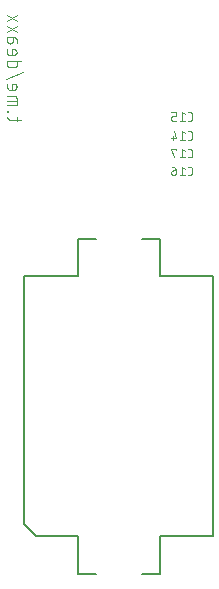
<source format=gbr>
G04 EAGLE Gerber RS-274X export*
G75*
%MOMM*%
%FSLAX34Y34*%
%LPD*%
%INSilkscreen Bottom*%
%IPPOS*%
%AMOC8*
5,1,8,0,0,1.08239X$1,22.5*%
G01*
%ADD10C,0.101600*%
%ADD11C,0.152400*%


D10*
X36297Y402508D02*
X36297Y406403D01*
X40192Y403806D02*
X30455Y403806D01*
X30455Y403807D02*
X30368Y403809D01*
X30280Y403815D01*
X30194Y403825D01*
X30107Y403838D01*
X30022Y403856D01*
X29937Y403877D01*
X29853Y403902D01*
X29771Y403931D01*
X29690Y403964D01*
X29610Y404000D01*
X29532Y404039D01*
X29456Y404083D01*
X29382Y404129D01*
X29311Y404179D01*
X29241Y404232D01*
X29174Y404288D01*
X29110Y404347D01*
X29048Y404409D01*
X28989Y404473D01*
X28933Y404540D01*
X28880Y404610D01*
X28830Y404681D01*
X28784Y404755D01*
X28740Y404831D01*
X28701Y404909D01*
X28665Y404989D01*
X28632Y405070D01*
X28603Y405152D01*
X28578Y405236D01*
X28557Y405321D01*
X28539Y405406D01*
X28526Y405493D01*
X28516Y405579D01*
X28510Y405667D01*
X28508Y405754D01*
X28508Y406403D01*
X28508Y410319D02*
X29157Y410319D01*
X29157Y410968D01*
X28508Y410968D01*
X28508Y410319D01*
X28508Y415893D02*
X36297Y415893D01*
X36297Y421735D01*
X36295Y421822D01*
X36289Y421910D01*
X36279Y421996D01*
X36266Y422083D01*
X36248Y422168D01*
X36227Y422253D01*
X36202Y422337D01*
X36173Y422419D01*
X36140Y422500D01*
X36104Y422580D01*
X36065Y422658D01*
X36021Y422734D01*
X35975Y422808D01*
X35925Y422879D01*
X35872Y422949D01*
X35816Y423016D01*
X35757Y423080D01*
X35695Y423142D01*
X35631Y423201D01*
X35564Y423257D01*
X35494Y423310D01*
X35423Y423360D01*
X35349Y423406D01*
X35273Y423450D01*
X35195Y423489D01*
X35115Y423525D01*
X35034Y423558D01*
X34952Y423587D01*
X34868Y423612D01*
X34783Y423633D01*
X34698Y423651D01*
X34611Y423664D01*
X34525Y423674D01*
X34437Y423680D01*
X34350Y423682D01*
X28508Y423682D01*
X28508Y419788D02*
X36297Y419788D01*
X28508Y430950D02*
X28508Y434195D01*
X28508Y430950D02*
X28510Y430863D01*
X28516Y430775D01*
X28526Y430689D01*
X28539Y430602D01*
X28557Y430517D01*
X28578Y430432D01*
X28603Y430348D01*
X28632Y430266D01*
X28665Y430185D01*
X28701Y430105D01*
X28740Y430027D01*
X28784Y429951D01*
X28830Y429877D01*
X28880Y429806D01*
X28933Y429736D01*
X28989Y429669D01*
X29048Y429605D01*
X29110Y429543D01*
X29174Y429484D01*
X29241Y429428D01*
X29311Y429375D01*
X29382Y429325D01*
X29456Y429279D01*
X29532Y429235D01*
X29610Y429196D01*
X29690Y429160D01*
X29771Y429127D01*
X29853Y429098D01*
X29937Y429073D01*
X30022Y429052D01*
X30107Y429034D01*
X30194Y429021D01*
X30280Y429011D01*
X30368Y429005D01*
X30455Y429003D01*
X30455Y429002D02*
X33701Y429002D01*
X33701Y429003D02*
X33802Y429005D01*
X33902Y429011D01*
X34002Y429021D01*
X34102Y429034D01*
X34201Y429052D01*
X34300Y429073D01*
X34397Y429098D01*
X34494Y429127D01*
X34589Y429160D01*
X34683Y429196D01*
X34775Y429236D01*
X34866Y429279D01*
X34955Y429326D01*
X35042Y429376D01*
X35128Y429430D01*
X35211Y429487D01*
X35291Y429547D01*
X35370Y429610D01*
X35446Y429677D01*
X35519Y429746D01*
X35589Y429818D01*
X35657Y429892D01*
X35722Y429969D01*
X35783Y430049D01*
X35842Y430131D01*
X35897Y430215D01*
X35949Y430301D01*
X35998Y430389D01*
X36043Y430479D01*
X36085Y430571D01*
X36123Y430664D01*
X36157Y430759D01*
X36188Y430854D01*
X36215Y430951D01*
X36238Y431049D01*
X36258Y431148D01*
X36273Y431248D01*
X36285Y431348D01*
X36293Y431448D01*
X36297Y431549D01*
X36297Y431649D01*
X36293Y431750D01*
X36285Y431850D01*
X36273Y431950D01*
X36258Y432050D01*
X36238Y432149D01*
X36215Y432247D01*
X36188Y432344D01*
X36157Y432439D01*
X36123Y432534D01*
X36085Y432627D01*
X36043Y432719D01*
X35998Y432809D01*
X35949Y432897D01*
X35897Y432983D01*
X35842Y433067D01*
X35783Y433149D01*
X35722Y433229D01*
X35657Y433306D01*
X35589Y433380D01*
X35519Y433452D01*
X35446Y433521D01*
X35370Y433588D01*
X35291Y433651D01*
X35211Y433711D01*
X35128Y433768D01*
X35042Y433822D01*
X34955Y433872D01*
X34866Y433919D01*
X34775Y433962D01*
X34683Y434002D01*
X34589Y434038D01*
X34494Y434071D01*
X34397Y434100D01*
X34300Y434125D01*
X34201Y434146D01*
X34102Y434164D01*
X34002Y434177D01*
X33902Y434187D01*
X33802Y434193D01*
X33701Y434195D01*
X32403Y434195D01*
X32403Y429002D01*
X27210Y438527D02*
X41490Y443720D01*
X40192Y453186D02*
X28508Y453186D01*
X28508Y449941D01*
X28510Y449854D01*
X28516Y449766D01*
X28526Y449680D01*
X28539Y449593D01*
X28557Y449508D01*
X28578Y449423D01*
X28603Y449339D01*
X28632Y449257D01*
X28665Y449176D01*
X28701Y449096D01*
X28740Y449018D01*
X28784Y448942D01*
X28830Y448868D01*
X28880Y448797D01*
X28933Y448727D01*
X28989Y448660D01*
X29048Y448596D01*
X29110Y448534D01*
X29174Y448475D01*
X29241Y448419D01*
X29311Y448366D01*
X29382Y448316D01*
X29456Y448270D01*
X29532Y448226D01*
X29610Y448187D01*
X29690Y448151D01*
X29771Y448118D01*
X29853Y448089D01*
X29937Y448064D01*
X30022Y448043D01*
X30107Y448025D01*
X30194Y448012D01*
X30280Y448002D01*
X30368Y447996D01*
X30455Y447994D01*
X30455Y447993D02*
X34350Y447993D01*
X34350Y447994D02*
X34437Y447996D01*
X34525Y448002D01*
X34611Y448012D01*
X34698Y448025D01*
X34783Y448043D01*
X34868Y448064D01*
X34952Y448089D01*
X35034Y448118D01*
X35115Y448151D01*
X35195Y448187D01*
X35273Y448226D01*
X35349Y448270D01*
X35423Y448316D01*
X35494Y448366D01*
X35564Y448419D01*
X35631Y448475D01*
X35695Y448534D01*
X35757Y448596D01*
X35816Y448660D01*
X35872Y448727D01*
X35925Y448797D01*
X35975Y448868D01*
X36021Y448942D01*
X36065Y449018D01*
X36104Y449096D01*
X36140Y449176D01*
X36173Y449257D01*
X36202Y449339D01*
X36227Y449423D01*
X36248Y449508D01*
X36266Y449593D01*
X36279Y449680D01*
X36289Y449766D01*
X36295Y449854D01*
X36297Y449941D01*
X36297Y453186D01*
X28508Y460287D02*
X28508Y463532D01*
X28508Y460287D02*
X28510Y460200D01*
X28516Y460112D01*
X28526Y460026D01*
X28539Y459939D01*
X28557Y459854D01*
X28578Y459769D01*
X28603Y459685D01*
X28632Y459603D01*
X28665Y459522D01*
X28701Y459442D01*
X28740Y459364D01*
X28784Y459288D01*
X28830Y459214D01*
X28880Y459143D01*
X28933Y459073D01*
X28989Y459006D01*
X29048Y458942D01*
X29110Y458880D01*
X29174Y458821D01*
X29241Y458765D01*
X29311Y458712D01*
X29382Y458662D01*
X29456Y458616D01*
X29532Y458572D01*
X29610Y458533D01*
X29690Y458497D01*
X29771Y458464D01*
X29853Y458435D01*
X29937Y458410D01*
X30022Y458389D01*
X30107Y458371D01*
X30194Y458358D01*
X30280Y458348D01*
X30368Y458342D01*
X30455Y458340D01*
X30455Y458339D02*
X33701Y458339D01*
X33701Y458340D02*
X33802Y458342D01*
X33902Y458348D01*
X34002Y458358D01*
X34102Y458371D01*
X34201Y458389D01*
X34300Y458410D01*
X34397Y458435D01*
X34494Y458464D01*
X34589Y458497D01*
X34683Y458533D01*
X34775Y458573D01*
X34866Y458616D01*
X34955Y458663D01*
X35042Y458713D01*
X35128Y458767D01*
X35211Y458824D01*
X35291Y458884D01*
X35370Y458947D01*
X35446Y459014D01*
X35519Y459083D01*
X35589Y459155D01*
X35657Y459229D01*
X35722Y459306D01*
X35783Y459386D01*
X35842Y459468D01*
X35897Y459552D01*
X35949Y459638D01*
X35998Y459726D01*
X36043Y459816D01*
X36085Y459908D01*
X36123Y460001D01*
X36157Y460096D01*
X36188Y460191D01*
X36215Y460288D01*
X36238Y460386D01*
X36258Y460485D01*
X36273Y460585D01*
X36285Y460685D01*
X36293Y460785D01*
X36297Y460886D01*
X36297Y460986D01*
X36293Y461087D01*
X36285Y461187D01*
X36273Y461287D01*
X36258Y461387D01*
X36238Y461486D01*
X36215Y461584D01*
X36188Y461681D01*
X36157Y461776D01*
X36123Y461871D01*
X36085Y461964D01*
X36043Y462056D01*
X35998Y462146D01*
X35949Y462234D01*
X35897Y462320D01*
X35842Y462404D01*
X35783Y462486D01*
X35722Y462566D01*
X35657Y462643D01*
X35589Y462717D01*
X35519Y462789D01*
X35446Y462858D01*
X35370Y462925D01*
X35291Y462988D01*
X35211Y463048D01*
X35128Y463105D01*
X35042Y463159D01*
X34955Y463209D01*
X34866Y463256D01*
X34775Y463299D01*
X34683Y463339D01*
X34589Y463375D01*
X34494Y463408D01*
X34397Y463437D01*
X34300Y463462D01*
X34201Y463483D01*
X34102Y463501D01*
X34002Y463514D01*
X33902Y463524D01*
X33802Y463530D01*
X33701Y463532D01*
X32403Y463532D01*
X32403Y458339D01*
X33052Y470458D02*
X33052Y473379D01*
X33052Y470458D02*
X33050Y470364D01*
X33044Y470270D01*
X33035Y470177D01*
X33021Y470084D01*
X33004Y469992D01*
X32982Y469900D01*
X32958Y469810D01*
X32929Y469720D01*
X32897Y469632D01*
X32861Y469545D01*
X32821Y469460D01*
X32778Y469377D01*
X32732Y469295D01*
X32682Y469215D01*
X32629Y469138D01*
X32573Y469063D01*
X32514Y468990D01*
X32452Y468919D01*
X32387Y468851D01*
X32319Y468786D01*
X32248Y468724D01*
X32175Y468665D01*
X32100Y468609D01*
X32023Y468556D01*
X31943Y468506D01*
X31861Y468460D01*
X31778Y468417D01*
X31693Y468377D01*
X31606Y468341D01*
X31518Y468309D01*
X31428Y468280D01*
X31338Y468256D01*
X31246Y468234D01*
X31154Y468217D01*
X31061Y468203D01*
X30968Y468194D01*
X30874Y468188D01*
X30780Y468186D01*
X30686Y468188D01*
X30592Y468194D01*
X30499Y468203D01*
X30406Y468217D01*
X30314Y468234D01*
X30222Y468256D01*
X30132Y468280D01*
X30042Y468309D01*
X29954Y468341D01*
X29867Y468377D01*
X29782Y468417D01*
X29699Y468460D01*
X29617Y468506D01*
X29537Y468556D01*
X29460Y468609D01*
X29385Y468665D01*
X29312Y468724D01*
X29241Y468786D01*
X29173Y468851D01*
X29108Y468919D01*
X29046Y468990D01*
X28987Y469063D01*
X28931Y469138D01*
X28878Y469215D01*
X28828Y469295D01*
X28782Y469377D01*
X28739Y469460D01*
X28699Y469545D01*
X28663Y469632D01*
X28631Y469720D01*
X28602Y469810D01*
X28578Y469900D01*
X28556Y469992D01*
X28539Y470084D01*
X28525Y470177D01*
X28516Y470270D01*
X28510Y470364D01*
X28508Y470458D01*
X28508Y473379D01*
X34350Y473379D01*
X34437Y473377D01*
X34525Y473371D01*
X34611Y473361D01*
X34698Y473348D01*
X34783Y473330D01*
X34868Y473309D01*
X34952Y473284D01*
X35034Y473255D01*
X35115Y473222D01*
X35195Y473186D01*
X35273Y473147D01*
X35349Y473103D01*
X35423Y473057D01*
X35494Y473007D01*
X35564Y472954D01*
X35631Y472898D01*
X35695Y472839D01*
X35757Y472777D01*
X35816Y472713D01*
X35872Y472646D01*
X35925Y472576D01*
X35975Y472505D01*
X36021Y472431D01*
X36065Y472355D01*
X36104Y472277D01*
X36140Y472197D01*
X36173Y472116D01*
X36202Y472034D01*
X36227Y471950D01*
X36248Y471865D01*
X36266Y471780D01*
X36279Y471693D01*
X36289Y471607D01*
X36295Y471519D01*
X36297Y471432D01*
X36297Y468835D01*
X28508Y478151D02*
X36297Y483344D01*
X36297Y478151D02*
X28508Y483344D01*
X28508Y487295D02*
X36297Y492488D01*
X36297Y487295D02*
X28508Y492488D01*
X181534Y386760D02*
X183114Y386760D01*
X183192Y386762D01*
X183269Y386768D01*
X183346Y386777D01*
X183422Y386790D01*
X183498Y386807D01*
X183573Y386828D01*
X183646Y386852D01*
X183719Y386880D01*
X183790Y386912D01*
X183859Y386947D01*
X183926Y386985D01*
X183992Y387026D01*
X184055Y387071D01*
X184116Y387119D01*
X184175Y387169D01*
X184231Y387223D01*
X184285Y387279D01*
X184335Y387338D01*
X184383Y387399D01*
X184428Y387462D01*
X184469Y387528D01*
X184507Y387595D01*
X184542Y387664D01*
X184574Y387735D01*
X184602Y387808D01*
X184626Y387881D01*
X184647Y387956D01*
X184664Y388032D01*
X184677Y388108D01*
X184686Y388185D01*
X184692Y388262D01*
X184694Y388340D01*
X184695Y388340D02*
X184695Y392292D01*
X184694Y392292D02*
X184692Y392370D01*
X184686Y392447D01*
X184677Y392524D01*
X184664Y392600D01*
X184647Y392676D01*
X184626Y392751D01*
X184602Y392824D01*
X184574Y392897D01*
X184542Y392968D01*
X184507Y393037D01*
X184469Y393104D01*
X184428Y393170D01*
X184383Y393233D01*
X184335Y393294D01*
X184285Y393353D01*
X184231Y393409D01*
X184175Y393463D01*
X184116Y393513D01*
X184055Y393561D01*
X183992Y393606D01*
X183926Y393647D01*
X183859Y393685D01*
X183790Y393720D01*
X183719Y393752D01*
X183646Y393780D01*
X183573Y393804D01*
X183498Y393825D01*
X183422Y393842D01*
X183346Y393855D01*
X183269Y393864D01*
X183192Y393870D01*
X183114Y393872D01*
X181534Y393872D01*
X178572Y392292D02*
X176596Y393872D01*
X176596Y386760D01*
X178572Y386760D02*
X174620Y386760D01*
X171256Y388340D02*
X169676Y393872D01*
X171256Y388340D02*
X167305Y388340D01*
X168491Y386760D02*
X168491Y389921D01*
X181534Y402760D02*
X183114Y402760D01*
X183192Y402762D01*
X183269Y402768D01*
X183346Y402777D01*
X183422Y402790D01*
X183498Y402807D01*
X183573Y402828D01*
X183646Y402852D01*
X183719Y402880D01*
X183790Y402912D01*
X183859Y402947D01*
X183926Y402985D01*
X183992Y403026D01*
X184055Y403071D01*
X184116Y403119D01*
X184175Y403169D01*
X184231Y403223D01*
X184285Y403279D01*
X184335Y403338D01*
X184383Y403399D01*
X184428Y403462D01*
X184469Y403528D01*
X184507Y403595D01*
X184542Y403664D01*
X184574Y403735D01*
X184602Y403808D01*
X184626Y403881D01*
X184647Y403956D01*
X184664Y404032D01*
X184677Y404108D01*
X184686Y404185D01*
X184692Y404262D01*
X184694Y404340D01*
X184695Y404340D02*
X184695Y408292D01*
X184694Y408292D02*
X184692Y408370D01*
X184686Y408447D01*
X184677Y408524D01*
X184664Y408600D01*
X184647Y408676D01*
X184626Y408751D01*
X184602Y408824D01*
X184574Y408897D01*
X184542Y408968D01*
X184507Y409037D01*
X184469Y409104D01*
X184428Y409170D01*
X184383Y409233D01*
X184335Y409294D01*
X184285Y409353D01*
X184231Y409409D01*
X184175Y409463D01*
X184116Y409513D01*
X184055Y409561D01*
X183992Y409606D01*
X183926Y409647D01*
X183859Y409685D01*
X183790Y409720D01*
X183719Y409752D01*
X183646Y409780D01*
X183573Y409804D01*
X183498Y409825D01*
X183422Y409842D01*
X183346Y409855D01*
X183269Y409864D01*
X183192Y409870D01*
X183114Y409872D01*
X181534Y409872D01*
X178572Y408292D02*
X176596Y409872D01*
X176596Y402760D01*
X178572Y402760D02*
X174620Y402760D01*
X171256Y402760D02*
X168886Y402760D01*
X168808Y402762D01*
X168731Y402768D01*
X168654Y402777D01*
X168578Y402790D01*
X168502Y402807D01*
X168427Y402828D01*
X168354Y402852D01*
X168281Y402880D01*
X168210Y402912D01*
X168141Y402947D01*
X168074Y402985D01*
X168008Y403026D01*
X167945Y403071D01*
X167884Y403119D01*
X167825Y403169D01*
X167769Y403223D01*
X167715Y403279D01*
X167665Y403338D01*
X167617Y403399D01*
X167572Y403462D01*
X167531Y403528D01*
X167493Y403595D01*
X167458Y403664D01*
X167426Y403735D01*
X167398Y403808D01*
X167374Y403881D01*
X167353Y403956D01*
X167336Y404032D01*
X167323Y404108D01*
X167314Y404185D01*
X167308Y404262D01*
X167306Y404340D01*
X167305Y404340D02*
X167305Y405131D01*
X167306Y405131D02*
X167308Y405209D01*
X167314Y405286D01*
X167323Y405363D01*
X167336Y405439D01*
X167353Y405515D01*
X167374Y405590D01*
X167398Y405663D01*
X167426Y405736D01*
X167458Y405807D01*
X167493Y405876D01*
X167531Y405943D01*
X167572Y406009D01*
X167617Y406072D01*
X167665Y406133D01*
X167715Y406192D01*
X167769Y406248D01*
X167825Y406302D01*
X167884Y406352D01*
X167945Y406400D01*
X168008Y406445D01*
X168074Y406486D01*
X168141Y406524D01*
X168210Y406559D01*
X168281Y406591D01*
X168354Y406619D01*
X168427Y406643D01*
X168502Y406664D01*
X168578Y406681D01*
X168654Y406694D01*
X168731Y406703D01*
X168808Y406709D01*
X168886Y406711D01*
X171256Y406711D01*
X171256Y409872D01*
X167305Y409872D01*
X181534Y356760D02*
X183114Y356760D01*
X183192Y356762D01*
X183269Y356768D01*
X183346Y356777D01*
X183422Y356790D01*
X183498Y356807D01*
X183573Y356828D01*
X183646Y356852D01*
X183719Y356880D01*
X183790Y356912D01*
X183859Y356947D01*
X183926Y356985D01*
X183992Y357026D01*
X184055Y357071D01*
X184116Y357119D01*
X184175Y357169D01*
X184231Y357223D01*
X184285Y357279D01*
X184335Y357338D01*
X184383Y357399D01*
X184428Y357462D01*
X184469Y357528D01*
X184507Y357595D01*
X184542Y357664D01*
X184574Y357735D01*
X184602Y357808D01*
X184626Y357881D01*
X184647Y357956D01*
X184664Y358032D01*
X184677Y358108D01*
X184686Y358185D01*
X184692Y358262D01*
X184694Y358340D01*
X184695Y358340D02*
X184695Y362292D01*
X184694Y362292D02*
X184692Y362370D01*
X184686Y362447D01*
X184677Y362524D01*
X184664Y362600D01*
X184647Y362676D01*
X184626Y362751D01*
X184602Y362824D01*
X184574Y362897D01*
X184542Y362968D01*
X184507Y363037D01*
X184469Y363104D01*
X184428Y363170D01*
X184383Y363233D01*
X184335Y363294D01*
X184285Y363353D01*
X184231Y363409D01*
X184175Y363463D01*
X184116Y363513D01*
X184055Y363561D01*
X183992Y363606D01*
X183926Y363647D01*
X183859Y363685D01*
X183790Y363720D01*
X183719Y363752D01*
X183646Y363780D01*
X183573Y363804D01*
X183498Y363825D01*
X183422Y363842D01*
X183346Y363855D01*
X183269Y363864D01*
X183192Y363870D01*
X183114Y363872D01*
X181534Y363872D01*
X178572Y362292D02*
X176596Y363872D01*
X176596Y356760D01*
X178572Y356760D02*
X174620Y356760D01*
X171256Y360711D02*
X168886Y360711D01*
X168808Y360709D01*
X168731Y360703D01*
X168654Y360694D01*
X168578Y360681D01*
X168502Y360664D01*
X168427Y360643D01*
X168354Y360619D01*
X168281Y360591D01*
X168210Y360559D01*
X168141Y360524D01*
X168074Y360486D01*
X168008Y360445D01*
X167945Y360400D01*
X167884Y360352D01*
X167825Y360302D01*
X167769Y360248D01*
X167715Y360192D01*
X167665Y360133D01*
X167617Y360072D01*
X167572Y360009D01*
X167531Y359943D01*
X167493Y359876D01*
X167458Y359807D01*
X167426Y359736D01*
X167398Y359663D01*
X167374Y359590D01*
X167353Y359515D01*
X167336Y359439D01*
X167323Y359363D01*
X167314Y359286D01*
X167308Y359209D01*
X167306Y359131D01*
X167305Y359131D02*
X167305Y358736D01*
X167307Y358649D01*
X167313Y358561D01*
X167322Y358474D01*
X167336Y358388D01*
X167353Y358302D01*
X167374Y358218D01*
X167399Y358134D01*
X167428Y358051D01*
X167460Y357970D01*
X167495Y357890D01*
X167534Y357812D01*
X167577Y357735D01*
X167623Y357661D01*
X167672Y357589D01*
X167724Y357519D01*
X167780Y357451D01*
X167838Y357386D01*
X167899Y357323D01*
X167963Y357264D01*
X168030Y357207D01*
X168098Y357153D01*
X168170Y357102D01*
X168243Y357055D01*
X168318Y357010D01*
X168396Y356969D01*
X168475Y356932D01*
X168555Y356898D01*
X168637Y356868D01*
X168720Y356841D01*
X168805Y356818D01*
X168890Y356799D01*
X168976Y356784D01*
X169063Y356772D01*
X169150Y356764D01*
X169237Y356760D01*
X169325Y356760D01*
X169412Y356764D01*
X169499Y356772D01*
X169586Y356784D01*
X169672Y356799D01*
X169757Y356818D01*
X169842Y356841D01*
X169925Y356868D01*
X170007Y356898D01*
X170087Y356932D01*
X170166Y356969D01*
X170244Y357010D01*
X170319Y357055D01*
X170392Y357102D01*
X170464Y357153D01*
X170532Y357207D01*
X170599Y357264D01*
X170663Y357323D01*
X170724Y357386D01*
X170782Y357451D01*
X170838Y357519D01*
X170890Y357589D01*
X170939Y357661D01*
X170985Y357735D01*
X171028Y357812D01*
X171067Y357890D01*
X171102Y357970D01*
X171134Y358051D01*
X171163Y358134D01*
X171188Y358218D01*
X171209Y358302D01*
X171226Y358388D01*
X171240Y358474D01*
X171249Y358561D01*
X171255Y358649D01*
X171257Y358736D01*
X171256Y358736D02*
X171256Y360711D01*
X171254Y360821D01*
X171248Y360932D01*
X171239Y361041D01*
X171225Y361151D01*
X171208Y361260D01*
X171187Y361368D01*
X171162Y361476D01*
X171134Y361582D01*
X171101Y361688D01*
X171065Y361792D01*
X171026Y361895D01*
X170983Y361997D01*
X170936Y362097D01*
X170886Y362195D01*
X170833Y362292D01*
X170776Y362386D01*
X170716Y362479D01*
X170652Y362569D01*
X170586Y362657D01*
X170516Y362743D01*
X170444Y362826D01*
X170369Y362907D01*
X170291Y362985D01*
X170210Y363060D01*
X170127Y363132D01*
X170041Y363202D01*
X169953Y363268D01*
X169863Y363332D01*
X169770Y363392D01*
X169676Y363449D01*
X169579Y363502D01*
X169481Y363552D01*
X169381Y363599D01*
X169279Y363642D01*
X169176Y363681D01*
X169072Y363717D01*
X168966Y363750D01*
X168860Y363778D01*
X168752Y363803D01*
X168644Y363824D01*
X168535Y363841D01*
X168425Y363855D01*
X168316Y363864D01*
X168205Y363870D01*
X168095Y363872D01*
X181534Y371760D02*
X183114Y371760D01*
X183192Y371762D01*
X183269Y371768D01*
X183346Y371777D01*
X183422Y371790D01*
X183498Y371807D01*
X183573Y371828D01*
X183646Y371852D01*
X183719Y371880D01*
X183790Y371912D01*
X183859Y371947D01*
X183926Y371985D01*
X183992Y372026D01*
X184055Y372071D01*
X184116Y372119D01*
X184175Y372169D01*
X184231Y372223D01*
X184285Y372279D01*
X184335Y372338D01*
X184383Y372399D01*
X184428Y372462D01*
X184469Y372528D01*
X184507Y372595D01*
X184542Y372664D01*
X184574Y372735D01*
X184602Y372808D01*
X184626Y372881D01*
X184647Y372956D01*
X184664Y373032D01*
X184677Y373108D01*
X184686Y373185D01*
X184692Y373262D01*
X184694Y373340D01*
X184695Y373340D02*
X184695Y377292D01*
X184694Y377292D02*
X184692Y377370D01*
X184686Y377447D01*
X184677Y377524D01*
X184664Y377600D01*
X184647Y377676D01*
X184626Y377751D01*
X184602Y377824D01*
X184574Y377897D01*
X184542Y377968D01*
X184507Y378037D01*
X184469Y378104D01*
X184428Y378170D01*
X184383Y378233D01*
X184335Y378294D01*
X184285Y378353D01*
X184231Y378409D01*
X184175Y378463D01*
X184116Y378513D01*
X184055Y378561D01*
X183992Y378606D01*
X183926Y378647D01*
X183859Y378685D01*
X183790Y378720D01*
X183719Y378752D01*
X183646Y378780D01*
X183573Y378804D01*
X183498Y378825D01*
X183422Y378842D01*
X183346Y378855D01*
X183269Y378864D01*
X183192Y378870D01*
X183114Y378872D01*
X181534Y378872D01*
X178572Y377292D02*
X176596Y378872D01*
X176596Y371760D01*
X178572Y371760D02*
X174620Y371760D01*
X171256Y378082D02*
X171256Y378872D01*
X167305Y378872D01*
X169281Y371760D01*
D11*
X158052Y19000D02*
X142304Y19000D01*
X158052Y19000D02*
X158052Y51018D01*
X203010Y51018D01*
X203010Y270982D01*
X158052Y270982D01*
X158052Y303000D01*
X87948Y303000D02*
X87948Y270982D01*
X42990Y270982D01*
X42990Y61018D01*
X52990Y51018D01*
X87948Y51018D01*
X87948Y19000D01*
X103696Y19000D01*
X142558Y303000D02*
X158052Y303000D01*
X103696Y303000D02*
X87948Y303000D01*
M02*

</source>
